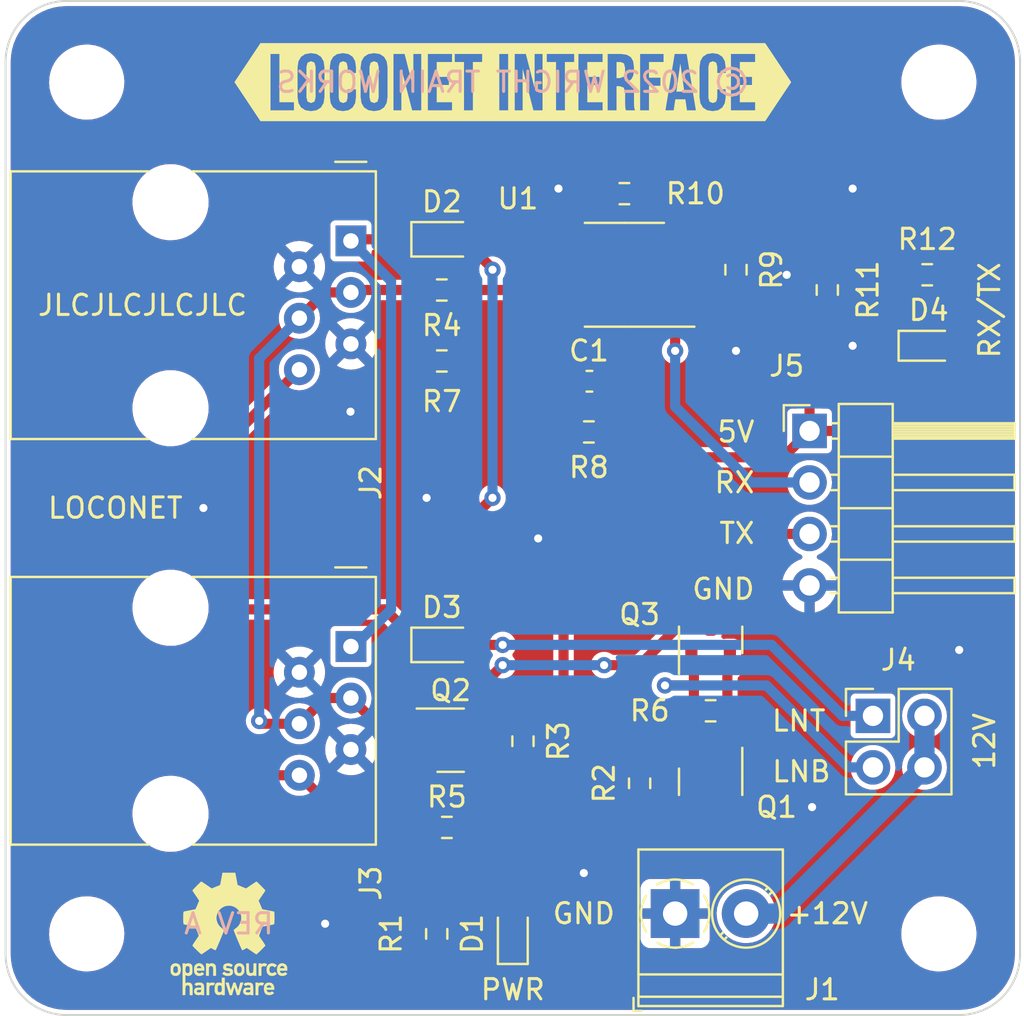
<source format=kicad_pcb>
(kicad_pcb (version 20211014) (generator pcbnew)
  (title_block (title "LocoNet Interface") (date "2022-02-14") (rev "A") (company "Wright Train Works"))
  (layers (0 "F.Cu" signal) (31 "B.Cu" signal) (34 "B.Paste" user) (35 "F.Paste" user) (36 "B.SilkS" user "B.Silkscreen") (37 "F.SilkS" user "F.Silkscreen") (38 "B.Mask" user) (39 "F.Mask" user) (44 "Edge.Cuts" user))
  (net 0 "")
  (net 1 "Net-(D1-Pad1)")
  (net 2 "Net-(D1-Pad2)")
  (net 3 "Net-(D2-Pad1)")
  (net 4 "Net-(D2-Pad2)")
  (net 5 "Net-(D4-Pad1)")
  (net 6 "5V")
  (net 7 "GND")
  (net 8 "12V")
  (net 9 "Net-(J2-Pad3)")
  (net 10 "Net-(J4-Pad3)")
  (net 11 "/RX")
  (net 12 "/TX")
  (net 13 "Net-(Q1-Pad1)")
  (net 14 "Net-(Q1-Pad3)")
  (net 15 "Net-(Q2-Pad2)")
  (net 16 "Net-(Q2-Pad3)")
  (net 17 "Net-(R10-Pad2)")
  (net 18 "Net-(R8-Pad1)")
  (footprint "Resistor_SMD:R_0603_1608Metric" (layer "F.Cu") (at 138.75 96.25 180)
    (fp_text reference "R8" (at 0 -1.75) (layer "F.SilkS"))
    (fp_text value "27K" hide)
    (pad "1" smd roundrect (at -0.825 0 180) (size 0.8 0.95) (layers "F.Cu" "F.Paste" "F.Mask") (net 18 "Net-(R8-Pad1)"))
    (pad "2" smd roundrect (at 0.825 0 180) (size 0.8 0.95) (layers "F.Cu" "F.Paste" "F.Mask") (net 6 "5V"))
  )
  (footprint "Resistor_SMD:R_0603_1608Metric" (layer "F.Cu") (at 146 88.25 -90)
    (fp_text reference "R9" (at 0 -1.75 90) (layer "F.SilkS"))
    (fp_text value "39K" hide)
    (pad "1" smd roundrect (at -0.825 0 270) (size 0.8 0.95) (layers "F.Cu" "F.Paste" "F.Mask") (net 7 "GND"))
    (pad "2" smd roundrect (at 0.825 0 270) (size 0.8 0.95) (layers "F.Cu" "F.Paste" "F.Mask") (net 18 "Net-(R8-Pad1)"))
  )
  (footprint "Symbol:OSHW-Logo_5.7x6mm_SilkScreen" (layer "F.Cu") (at 121 121)
    (fp_text reference "REF**" hide)
    (fp_text value "OSHW-Logo_5.7x6mm_SilkScreen" hide)
  )
  (footprint "Resistor_SMD:R_0603_1608Metric" (layer "F.Cu") (at 131.5 92.75)
    (fp_text reference "R7" (at 0 2) (layer "F.SilkS"))
    (fp_text value "150K" hide)
    (pad "1" smd roundrect (at -0.825 0) (size 0.8 0.95) (layers "F.Cu" "F.Paste" "F.Mask") (net 7 "GND"))
    (pad "2" smd roundrect (at 0.825 0) (size 0.8 0.95) (layers "F.Cu" "F.Paste" "F.Mask") (net 17 "Net-(R10-Pad2)"))
  )
  (footprint "LED_SMD:LED_0603_1608Metric" (layer "F.Cu") (at 135 121 90)
    (fp_text reference "D1" (at 0 -2 90) (layer "F.SilkS"))
    (fp_text value "PWR" hide)
    (pad "1" smd roundrect (at -0.7875 0 90) (size 0.875 0.95) (layers "F.Cu" "F.Paste" "F.Mask") (net 1 "Net-(D1-Pad1)"))
    (pad "2" smd roundrect (at 0.7875 0 90) (size 0.875 0.95) (layers "F.Cu" "F.Paste" "F.Mask") (net 2 "Net-(D1-Pad2)"))
  )
  (footprint "MountingHole:MountingHole_3.2mm_M3" (layer "F.Cu") (at 114 79)
    (fp_text reference "H1" hide)
    (fp_text value "MountingHole" hide)
    (pad "" np_thru_hole circle (at 0 0) (size 3.2 3.2) (drill 3.2) (layers *.Cu *.Mask))
  )
  (footprint "Package_TO_SOT_SMD:SOT-23" (layer "F.Cu") (at 144.75 113.5 -90)
    (fp_text reference "Q1" (at 1.25 -3.25 180) (layer "F.SilkS"))
    (fp_text value "MMBT2222A 1P" hide)
    (pad "1" smd roundrect (at -0.9375 -0.95 270) (size 1.475 0.6) (layers "F.Cu" "F.Paste" "F.Mask") (net 13 "Net-(Q1-Pad1)"))
    (pad "2" smd roundrect (at -0.9375 0.95 270) (size 1.475 0.6) (layers "F.Cu" "F.Paste" "F.Mask") (net 9 "Net-(J2-Pad3)"))
    (pad "3" smd roundrect (at 0.9375 0 270) (size 1.475 0.6) (layers "F.Cu" "F.Paste" "F.Mask") (net 14 "Net-(Q1-Pad3)"))
  )
  (footprint "Resistor_SMD:R_0603_1608Metric" (layer "F.Cu") (at 135.5 111.5 -90)
    (fp_text reference "R3" (at 0 -1.75 90) (layer "F.SilkS"))
    (fp_text value "47" hide)
    (pad "1" smd roundrect (at -0.825 0 270) (size 0.8 0.95) (layers "F.Cu" "F.Paste" "F.Mask") (net 7 "GND"))
    (pad "2" smd roundrect (at 0.825 0 270) (size 0.8 0.95) (layers "F.Cu" "F.Paste" "F.Mask") (net 16 "Net-(Q2-Pad3)"))
  )
  (footprint "MountingHole:MountingHole_3.2mm_M3" (layer "F.Cu") (at 114 121)
    (fp_text reference "H4" hide)
    (fp_text value "MountingHole" hide)
    (pad "" np_thru_hole circle (at 0 0) (size 3.2 3.2) (drill 3.2) (layers *.Cu *.Mask))
  )
  (footprint "Connector_PinHeader_2.54mm:PinHeader_1x04_P2.54mm_Horizontal" (layer "F.Cu") (at 149.625 96.2)
    (fp_text reference "J5" (at -1.125 -3.2) (layer "F.SilkS"))
    (fp_text value "LocoNet Interface" hide)
    (pad "1" thru_hole rect (at 0 0) (size 1.7 1.7) (drill 1) (layers *.Cu *.Mask) (net 6 "5V"))
    (pad "2" thru_hole oval (at 0 2.54) (size 1.7 1.7) (drill 1) (layers *.Cu *.Mask) (net 11 "/RX"))
    (pad "3" thru_hole oval (at 0 5.08) (size 1.7 1.7) (drill 1) (layers *.Cu *.Mask) (net 12 "/TX"))
    (pad "4" thru_hole oval (at 0 7.62) (size 1.7 1.7) (drill 1) (layers *.Cu *.Mask) (net 7 "GND"))
  )
  (footprint "Connector_PinHeader_2.54mm:PinHeader_2x02_P2.54mm_Vertical" (layer "F.Cu") (at 152.75 110.25)
    (fp_text reference "J4" (at 1.25 -2.75) (layer "F.SilkS"))
    (fp_text value "LocoNet Termination" hide)
    (pad "1" thru_hole rect (at 0 0) (size 1.7 1.7) (drill 1) (layers *.Cu *.Mask) (net 4 "Net-(D2-Pad2)"))
    (pad "2" thru_hole oval (at 2.54 0) (size 1.7 1.7) (drill 1) (layers *.Cu *.Mask) (net 8 "12V"))
    (pad "3" thru_hole oval (at 0 2.54) (size 1.7 1.7) (drill 1) (layers *.Cu *.Mask) (net 10 "Net-(J4-Pad3)"))
    (pad "4" thru_hole oval (at 2.54 2.54) (size 1.7 1.7) (drill 1) (layers *.Cu *.Mask) (net 8 "12V"))
  )
  (footprint "kibuzzard-620B5DD9" (layer "F.Cu") (at 135 79)
    (fp_text reference "kibuzzard-620B5DD9" hide)
    (fp_text value "G***" hide)
  )
  (footprint "Resistor_SMD:R_0603_1608Metric" (layer "F.Cu") (at 155.425 88.5)
    (fp_text reference "R12" (at 0 -1.75) (layer "F.SilkS"))
    (fp_text value "470" hide)
    (pad "1" smd roundrect (at -0.825 0) (size 0.8 0.95) (layers "F.Cu" "F.Paste" "F.Mask") (net 11 "/RX"))
    (pad "2" smd roundrect (at 0.825 0) (size 0.8 0.95) (layers "F.Cu" "F.Paste" "F.Mask") (net 5 "Net-(D4-Pad1)"))
  )
  (footprint "LED_SMD:LED_0603_1608Metric" (layer "F.Cu") (at 155.5 92)
    (fp_text reference "D4" (at 0 -1.75) (layer "F.SilkS"))
    (fp_text value "RX/TX" hide)
    (pad "1" smd roundrect (at -0.7875 0) (size 0.875 0.95) (layers "F.Cu" "F.Paste" "F.Mask") (net 5 "Net-(D4-Pad1)"))
    (pad "2" smd roundrect (at 0.7875 0) (size 0.875 0.95) (layers "F.Cu" "F.Paste" "F.Mask") (net 6 "5V"))
  )
  (footprint "Resistor_SMD:R_0603_1608Metric" (layer "F.Cu") (at 144.75 110 180)
    (fp_text reference "R6" (at 3 0) (layer "F.SilkS"))
    (fp_text value "1K" hide)
    (pad "1" smd roundrect (at -0.825 0 180) (size 0.8 0.95) (layers "F.Cu" "F.Paste" "F.Mask") (net 13 "Net-(Q1-Pad1)"))
    (pad "2" smd roundrect (at 0.825 0 180) (size 0.8 0.95) (layers "F.Cu" "F.Paste" "F.Mask") (net 10 "Net-(J4-Pad3)"))
  )
  (footprint "Diode_SMD:D_SOD-323" (layer "F.Cu") (at 131.5 86.75)
    (fp_text reference "D2" (at 0 -1.85) (layer "F.SilkS"))
    (fp_text value "1N5819WS" hide)
    (pad "1" smd rect (at -1.05 0) (size 0.6 0.45) (layers "F.Cu" "F.Paste" "F.Mask") (net 3 "Net-(D2-Pad1)"))
    (pad "2" smd rect (at 1.05 0) (size 0.6 0.45) (layers "F.Cu" "F.Paste" "F.Mask") (net 4 "Net-(D2-Pad2)"))
  )
  (footprint "Package_TO_SOT_SMD:SOT-23" (layer "F.Cu") (at 131.9375 111.45)
    (fp_text reference "Q2" (at 0 -2.45) (layer "F.SilkS"))
    (fp_text value "MMBT2222A 1P" hide)
    (pad "1" smd roundrect (at -0.9375 -0.95) (size 1.475 0.6) (layers "F.Cu" "F.Paste" "F.Mask") (net 9 "Net-(J2-Pad3)"))
    (pad "2" smd roundrect (at -0.9375 0.95) (size 1.475 0.6) (layers "F.Cu" "F.Paste" "F.Mask") (net 15 "Net-(Q2-Pad2)"))
    (pad "3" smd roundrect (at 0.9375 0) (size 1.475 0.6) (layers "F.Cu" "F.Paste" "F.Mask") (net 16 "Net-(Q2-Pad3)"))
  )
  (footprint "MountingHole:MountingHole_3.2mm_M3" (layer "F.Cu") (at 156 121)
    (fp_text reference "H3" hide)
    (fp_text value "MountingHole" hide)
    (pad "" np_thru_hole circle (at 0 0) (size 3.2 3.2) (drill 3.2) (layers *.Cu *.Mask))
  )
  (footprint "Diode_SMD:D_SOD-323" (layer "F.Cu") (at 131.5 106.75)
    (fp_text reference "D3" (at 0 -1.85) (layer "F.SilkS"))
    (fp_text value "1N5819WS" hide)
    (pad "1" smd rect (at -1.05 0) (size 0.6 0.45) (layers "F.Cu" "F.Paste" "F.Mask") (net 2 "Net-(D1-Pad2)"))
    (pad "2" smd rect (at 1.05 0) (size 0.6 0.45) (layers "F.Cu" "F.Paste" "F.Mask") (net 4 "Net-(D2-Pad2)"))
  )
  (footprint "Capacitor_SMD:C_0603_1608Metric" (layer "F.Cu") (at 138.775 93.75)
    (fp_text reference "C1" (at -0.025 -1.5) (layer "F.SilkS"))
    (fp_text value "100nF" hide)
    (pad "1" smd roundrect (at -0.775 0) (size 0.9 0.95) (layers "F.Cu" "F.Paste" "F.Mask") (net 6 "5V"))
    (pad "2" smd roundrect (at 0.775 0) (size 0.9 0.95) (layers "F.Cu" "F.Paste" "F.Mask") (net 7 "GND"))
  )
  (footprint "Connector_RJ:RJ12_Amphenol_54601" (layer "F.Cu") (at 127.02 106.83 -90)
    (fp_text reference "J3" (at 11.67 -0.98 90) (layer "F.SilkS"))
    (fp_text value "RJ12" hide)
    (pad "" np_thru_hole circle (at -1.91 8.89 270) (size 3.25 3.25) (drill 3.25) (layers *.Cu *.Mask))
    (pad "" np_thru_hole circle (at 8.25 8.89 270) (size 3.25 3.25) (drill 3.25) (layers *.Cu *.Mask))
    (pad "1" thru_hole rect (at 0 0 270) (size 1.52 1.52) (drill 0.76) (layers *.Cu *.Mask) (net 3 "Net-(D2-Pad1)"))
    (pad "2" thru_hole circle (at 1.27 2.54 270) (size 1.52 1.52) (drill 0.76) (layers *.Cu *.Mask) (net 7 "GND"))
    (pad "3" thru_hole circle (at 2.54 0 270) (size 1.52 1.52) (drill 0.76) (layers *.Cu *.Mask) (net 9 "Net-(J2-Pad3)"))
    (pad "4" thru_hole circle (at 3.81 2.54 270) (size 1.52 1.52) (drill 0.76) (layers *.Cu *.Mask) (net 9 "Net-(J2-Pad3)"))
    (pad "5" thru_hole circle (at 5.08 0 270) (size 1.52 1.52) (drill 0.76) (layers *.Cu *.Mask) (net 7 "GND"))
    (pad "6" thru_hole circle (at 6.35 2.54 270) (size 1.52 1.52) (drill 0.76) (layers *.Cu *.Mask) (net 2 "Net-(D1-Pad2)"))
  )
  (footprint "Resistor_SMD:R_0603_1608Metric" (layer "F.Cu") (at 131.25 121 -90)
    (fp_text reference "R1" (at 0 2.25 90) (layer "F.SilkS"))
    (fp_text value "4.7K" hide)
    (pad "1" smd roundrect (at -0.825 0 270) (size 0.8 0.95) (layers "F.Cu" "F.Paste" "F.Mask") (net 7 "GND"))
    (pad "2" smd roundrect (at 0.825 0 270) (size 0.8 0.95) (layers "F.Cu" "F.Paste" "F.Mask") (net 1 "Net-(D1-Pad1)"))
  )
  (footprint "Package_TO_SOT_SMD:SOT-23" (layer "F.Cu") (at 144.75 106.5 90)
    (fp_text reference "Q3" (at 1.25 -3.5 180) (layer "F.SilkS"))
    (fp_text value "MMBT2222A 1P" hide)
    (pad "1" smd roundrect (at -0.9375 -0.95 90) (size 1.475 0.6) (layers "F.Cu" "F.Paste" "F.Mask") (net 10 "Net-(J4-Pad3)"))
    (pad "2" smd roundrect (at -0.9375 0.95 90) (size 1.475 0.6) (layers "F.Cu" "F.Paste" "F.Mask") (net 13 "Net-(Q1-Pad1)"))
    (pad "3" smd roundrect (at 0.9375 0 90) (size 1.475 0.6) (layers "F.Cu" "F.Paste" "F.Mask") (net 9 "Net-(J2-Pad3)"))
  )
  (footprint "Resistor_SMD:R_0603_1608Metric" (layer "F.Cu") (at 131.5 89.25 180)
    (fp_text reference "R4" (at 0 -1.75) (layer "F.SilkS"))
    (fp_text value "47K" hide)
    (pad "1" smd roundrect (at -0.825 0 180) (size 0.8 0.95) (layers "F.Cu" "F.Paste" "F.Mask") (net 17 "Net-(R10-Pad2)"))
    (pad "2" smd roundrect (at 0.825 0 180) (size 0.8 0.95) (layers "F.Cu" "F.Paste" "F.Mask") (net 9 "Net-(J2-Pad3)"))
  )
  (footprint "Resistor_SMD:R_0603_1608Metric" (layer "F.Cu") (at 140.5 84.5)
    (fp_text reference "R10" (at 3.5 0) (layer "F.SilkS"))
    (fp_text value "240K" hide)
    (pad "1" smd roundrect (at -0.825 0) (size 0.8 0.95) (layers "F.Cu" "F.Paste" "F.Mask") (net 11 "/RX"))
    (pad "2" smd roundrect (at 0.825 0) (size 0.8 0.95) (layers "F.Cu" "F.Paste" "F.Mask") (net 17 "Net-(R10-Pad2)"))
  )
  (footprint "MountingHole:MountingHole_3.2mm_M3" (layer "F.Cu") (at 156 79)
    (fp_text reference "H2" hide)
    (fp_text value "MountingHole" hide)
    (pad "" np_thru_hole circle (at 0 0) (size 3.2 3.2) (drill 3.2) (layers *.Cu *.Mask))
  )
  (footprint "TerminalBlock_Phoenix:TerminalBlock_Phoenix_PT-1,5-2-3.5-H_1x02_P3.50mm_Horizontal" (layer "F.Cu") (at 143 120)
    (fp_text reference "J1" (at 7.25 3.75) (layer "F.SilkS"))
    (fp_text value "12V" hide)
    (pad "1" thru_hole rect (at 0 0) (size 2.4 2.4) (drill 1.2) (layers *.Cu *.Mask) (net 7 "GND"))
    (pad "2" thru_hole circle (at 3.5 0) (size 2.4 2.4) (drill 1.2) (layers *.Cu *.Mask) (net 8 "12V"))
  )
  (footprint "Connector_RJ:RJ12_Amphenol_54601" (layer "F.Cu") (at 127.02 86.83 -90)
    (fp_text reference "J2" (at 11.92 -0.98 90) (layer "F.SilkS"))
    (fp_text value "RJ12" hide)
    (pad "" np_thru_hole circle (at 8.25 8.89 270) (size 3.25 3.25) (drill 3.25) (layers *.Cu *.Mask))
    (pad "" np_thru_hole circle (at -1.91 8.89 270) (size 3.25 3.25) (drill 3.25) (layers *.Cu *.Mask))
    (pad "1" thru_hole rect (at 0 0 270) (size 1.52 1.52) (drill 0.76) (layers *.Cu *.Mask) (net 3 "Net-(D2-Pad1)"))
    (pad "2" thru_hole circle (at 1.27 2.54 270) (size 1.52 1.52) (drill 0.76) (layers *.Cu *.Mask) (net 7 "GND"))
    (pad "3" thru_hole circle (at 2.54 0 270) (size 1.52 1.52) (drill 0.76) (layers *.Cu *.Mask) (net 9 "Net-(J2-Pad3)"))
    (pad "4" thru_hole circle (at 3.81 2.54 270) (size 1.52 1.52) (drill 0.76) (layers *.Cu *.Mask) (net 9 "Net-(J2-Pad3)"))
    (pad "5" thru_hole circle (at 5.08 0 270) (size 1.52 1.52) (drill 0.76) (layers *.Cu *.Mask) (net 7 "GND"))
    (pad "6" thru_hole circle (at 6.35 2.54 270) (size 1.52 1.52) (drill 0.76) (layers *.Cu *.Mask) (net 2 "Net-(D1-Pad2)"))
  )
  (footprint "Resistor_SMD:R_0603_1608Metric" (layer "F.Cu") (at 131.75 115.75)
    (fp_text reference "R5" (at 0 -1.5) (layer "F.SilkS"))
    (fp_text value "4.7K" hide)
    (pad "1" smd roundrect (at -0.825 0) (size 0.8 0.95) (layers "F.Cu" "F.Paste" "F.Mask") (net 15 "Net-(Q2-Pad2)"))
    (pad "2" smd roundrect (at 0.825 0) (size 0.8 0.95) (layers "F.Cu" "F.Paste" "F.Mask") (net 12 "/TX"))
  )
  (footprint "Resistor_SMD:R_0603_1608Metric" (layer "F.Cu") (at 141.25 113.575 90)
    (fp_text reference "R2" (at 0 -1.75 90) (layer "F.SilkS"))
    (fp_text value "47" hide)
    (pad "1" smd roundrect (at -0.825 0 90) (size 0.8 0.95) (layers "F.Cu" "F.Paste" "F.Mask") (net 14 "Net-(Q1-Pad3)"))
    (pad "2" smd roundrect (at 0.825 0 90) (size 0.8 0.95) (layers "F.Cu" "F.Paste" "F.Mask") (net 9 "Net-(J2-Pad3)"))
  )
  (footprint "Resistor_SMD:R_0603_1608Metric" (layer "F.Cu") (at 150.5 89.25 -90)
    (fp_text reference "R11" (at 0 -2 90) (layer "F.SilkS"))
    (fp_text value "1K" hide)
    (pad "1" smd roundrect (at -0.825 0 270) (size 0.8 0.95) (layers "F.Cu" "F.Paste" "F.Mask") (net 11 "/RX"))
    (pad "2" smd roundrect (at 0.825 0 270) (size 0.8 0.95) (layers "F.Cu" "F.Paste" "F.Mask") (net 6 "5V"))
  )
  (footprint "Package_SO:SOIC-8_3.9x4.9mm_P1.27mm" (layer "F.Cu") (at 140.5 88.5 180)
    (fp_text reference "U1" (at 5.25 3.75) (layer "F.SilkS"))
    (fp_text value "LM393" hide)
    (pad "1" smd roundrect (at -2.475 -1.905 180) (size 1.95 0.6) (layers "F.Cu" "F.Paste" "F.Mask") (net 11 "/RX"))
    (pad "2" smd roundrect (at -2.475 -0.635 180) (size 1.95 0.6) (layers "F.Cu" "F.Paste" "F.Mask") (net 18 "Net-(R8-Pad1)"))
    (pad "3" smd roundrect (at -2.475 0.635 180) (size 1.95 0.6) (layers "F.Cu" "F.Paste" "F.Mask") (net 17 "Net-(R10-Pad2)"))
    (pad "4" smd roundrect (at -2.475 1.905 180) (size 1.95 0.6) (layers "F.Cu" "F.Paste" "F.Mask") (net 7 "GND"))
    (pad "5" smd roundrect (at 2.475 1.905 180) (size 1.95 0.6) (layers "F.Cu" "F.Paste" "F.Mask") (net 7 "GND"))
    (pad "6" smd roundrect (at 2.475 0.635 180) (size 1.95 0.6) (layers "F.Cu" "F.Paste" "F.Mask") (net 7 "GND"))
    (pad "7" smd roundrect (at 2.475 -0.635 180) (size 1.95 0.6) (layers "F.Cu" "F.Paste" "F.Mask"))
    (pad "8" smd roundrect (at 2.475 -1.905 180) (size 1.95 0.6) (layers "F.Cu" "F.Paste" "F.Mask") (net 6 "5V"))
  )
  (gr_arc (start 113 125) (mid 110.87868 124.12132) (end 110 122) (layer "Edge.Cuts") (width 0.1))
  (gr_line (start 157 125) (end 113 125) (layer "Edge.Cuts") (width 0.1))
  (gr_arc (start 160 122) (mid 159.12132 124.12132) (end 157 125) (layer "Edge.Cuts") (width 0.1))
  (gr_arc (start 110 78) (mid 110.87868 75.87868) (end 113 75) (layer "Edge.Cuts") (width 0.1))
  (gr_line (start 113 75) (end 157 75) (layer "Edge.Cuts") (width 0.1))
  (gr_arc (start 157 75) (mid 159.12132 75.87868) (end 160 78) (layer "Edge.Cuts") (width 0.1))
  (gr_line (start 160 78) (end 160 122) (layer "Edge.Cuts") (width 0.1))
  (gr_line (start 110 122) (end 110 78) (layer "Edge.Cuts") (width 0.1))
  (gr_text "© 2022 WRIGHT TRAIN WORKS" (at 135 79) (layer "B.SilkS") (effects (font (size 1 1)) (justify mirror)))
  (gr_text "REV A" (at 121 120.5) (layer "B.SilkS") (effects (font (size 1 1)) (justify mirror)))
  (gr_text "+12V" (at 150.5 120) (layer "F.SilkS") (effects (font (size 1 1))))
  (gr_text "PWR" (at 135 123.75) (layer "F.SilkS") (effects (font (size 1 1))))
  (gr_text "RX" (at 147 98.75) (layer "F.SilkS") (effects (font (size 1 1)) (justify right)))
  (gr_text "12V" (at 158.25 111.5 90) (layer "F.SilkS") (effects (font (size 1 1))))
  (gr_text "JLCJLCJLCJLC" (at 116.75 90) (layer "F.SilkS") (effects (font (size 1 1))))
  (gr_text "GND" (at 138.5 120) (layer "F.SilkS") (effects (font (size 1 1))))
  (gr_text "LNT" (at 150.5 110.5) (layer "F.SilkS") (effects (font (size 1 1)) (justify right)))
  (gr_text "5V" (at 147 96.25) (layer "F.SilkS") (effects (font (size 1 1)) (justify right)))
  (gr_text "LNB" (at 150.75 113) (layer "F.SilkS") (effects (font (size 1 1)) (justify right)))
  (gr_text "GND" (at 147 104) (layer "F.SilkS") (effects (font (size 1 1)) (justify right)))
  (gr_text "TX" (at 147 101.25) (layer "F.SilkS") (effects (font (size 1 1)) (justify right)))
  (gr_text "LOCONET" (at 112 100) (layer "F.SilkS") (effects (font (size 1 1)) (justify left)))
  (gr_text "RX/TX" (at 158.5 90.25 90) (layer "F.SilkS") (effects (font (size 1 1))))
  (segment (start 134.9625 121.825) (end 135 121.7875) (width 0.5) (layer "F.Cu") (net 1))
  (segment (start 131.25 121.825) (end 134.9625 121.825) (width 0.5) (layer "F.Cu") (net 1))
  (segment (start 121.25 111.024802) (end 121.25 105) (width 0.5) (layer "F.Cu") (net 2))
  (segment (start 124.48 113.18) (end 129.3 118) (width 0.5) (layer "F.Cu") (net 2))
  (segment (start 121.25 105) (end 121.25 96.41) (width 0.5) (layer "F.Cu") (net 2))
  (segment (start 123.405198 113.18) (end 121.25 111.024802) (width 0.5) (layer "F.Cu") (net 2))
  (segment (start 129.3 118) (end 132.7875 118) (width 0.5) (layer "F.Cu") (net 2))
  (segment (start 121.25 96.41) (end 124.48 93.18) (width 0.5) (layer "F.Cu") (net 2))
  (segment (start 128.7 105) (end 121.25 105) (width 0.5) (layer "F.Cu") (net 2))
  (segment (start 124.48 113.18) (end 123.405198 113.18) (width 0.5) (layer "F.Cu") (net 2))
  (segment (start 132.7875 118) (end 135 120.2125) (width 0.5) (layer "F.Cu") (net 2))
  (segment (start 130.45 106.75) (end 128.7 105) (width 0.5) (layer "F.Cu") (net 2))
  (segment (start 127.1 86.75) (end 127.02 86.83) (width 0.5) (layer "F.Cu") (net 3))
  (segment (start 130.45 86.75) (end 127.1 86.75) (width 0.5) (layer "F.Cu") (net 3))
  (segment (start 129 105) (end 127.17 106.83) (width 0.5) (layer "B.Cu") (net 3))
  (segment (start 127.17 106.83) (end 127.02 106.83) (width 0.5) (layer "B.Cu") (net 3))
  (segment (start 127.02 86.83) (end 129 88.81) (width 0.5) (layer "B.Cu") (net 3))
  (segment (start 129 88.81) (end 129 105) (width 0.5) (layer "B.Cu") (net 3))
  (segment (start 132.55 100.95) (end 132.55 106.75) (width 0.5) (layer "F.Cu") (net 4))
  (segment (start 134 88.2) (end 134 88.25) (width 0.5) (layer "F.Cu") (net 4))
  (segment (start 132.55 86.75) (end 134 88.2) (width 0.5) (layer "F.Cu") (net 4))
  (segment (start 134 99.5) (end 132.55 100.95) (width 0.5) (layer "F.Cu") (net 4))
  (segment (start 134.5 106.75) (end 132.55 106.75) (width 0.5) (layer "F.Cu") (net 4))
  (via (at 134 88.25) (size 0.8) (drill 0.4) (layers "F.Cu" "B.Cu") (net 4))
  (via (at 134 99.5) (size 0.8) (drill 0.4) (layers "F.Cu" "B.Cu") (net 4))
  (via (at 134.5 106.75) (size 0.8) (drill 0.4) (layers "F.Cu" "B.Cu") (net 4))
  (segment (start 134 88.25) (end 134 99.5) (width 0.5) (layer "B.Cu") (net 4))
  (segment (start 147.75 106.75) (end 134.5 106.75) (width 0.5) (layer "B.Cu") (net 4))
  (segment (start 151.25 110.25) (end 147.75 106.75) (width 0.5) (layer "B.Cu") (net 4))
  (segment (start 152.75 110.25) (end 151.25 110.25) (width 0.5) (layer "B.Cu") (net 4))
  (segment (start 154.7125 90.0375) (end 156.25 88.5) (width 0.5) (layer "F.Cu") (net 5))
  (segment (start 154.7125 92) (end 154.7125 90.0375) (width 0.5) (layer "F.Cu") (net 5))
  (segment (start 150.5 90.075) (end 149.625 90.95) (width 0.5) (layer "F.Cu") (net 6))
  (segment (start 152.0875 96.2) (end 149.625 96.2) (width 0.5) (layer "F.Cu") (net 6))
  (segment (start 139.175 97.5) (end 148.325 97.5) (width 0.5) (layer "F.Cu") (net 6))
  (segment (start 138 93.75) (end 138 96.175) (width 0.5) (layer "F.Cu") (net 6))
  (segment (start 138.025 93.725) (end 138 93.75) (width 0.5) (layer "F.Cu") (net 6))
  (segment (start 156.2875 92) (end 152.0875 96.2) (width 0.5) (layer "F.Cu") (net 6))
  (segment (start 138 96.175) (end 137.925 96.25) (width 0.5) (layer "F.Cu") (net 6))
  (segment (start 137.925 96.25) (end 139.175 97.5) (width 0.5) (layer "F.Cu") (net 6))
  (segment (start 149.625 90.95) (end 149.625 96.2) (width 0.5) (layer "F.Cu") (net 6))
  (segment (start 138.025 90.405) (end 138.025 93.725) (width 0.5) (layer "F.Cu") (net 6))
  (segment (start 148.325 97.5) (end 149.625 96.2) (width 0.5) (layer "F.Cu") (net 6))
  (via (at 136.25 101.5) (size 0.8) (drill 0.4) (layers "F.Cu" "B.Cu") (net 7))
  (via (at 148.5 88.5) (size 0.8) (drill 0.4) (layers "F.Cu" "B.Cu") (net 7))
  (via (at 137.25 84.25) (size 0.8) (drill 0.4) (layers "F.Cu" "B.Cu") (net 7))
  (via (at 151.75 84.25) (size 0.8) (drill 0.4) (layers "F.Cu" "B.Cu") (net 7))
  (via (at 138.5 118) (size 0.8) (drill 0.4) (layers "F.Cu" "B.Cu") (net 7))
  (via (at 157 107) (size 0.8) (drill 0.4) (layers "F.Cu" "B.Cu") (net 7))
  (via (at 125.75 120.5) (size 0.8) (drill 0.4) (layers "F.Cu" "B.Cu") (net 7))
  (via (at 149.75 114.75) (size 0.8) (drill 0.4) (layers "F.Cu" "B.Cu") (net 7))
  (via (at 130.75 99.5) (size 0.8) (drill 0.4) (layers "F.Cu" "B.Cu") (net 7))
  (via (at 146 92.25) (size 0.8) (drill 0.4) (layers "F.Cu" "B.Cu") (net 7))
  (via (at 127 95.25) (size 0.8) (drill 0.4) (layers "F.Cu" "B.Cu") (net 7))
  (via (at 151.75 92) (size 0.8) (drill 0.4) (layers "F.Cu" "B.Cu") (net 7))
  (via (at 119.75 100) (size 0.8) (drill 0.4) (layers "F.Cu" "B.Cu") (net 7))
  (segment (start 155.29 110.25) (end 155.29 112.79) (width 1) (layer "B.Cu") (net 8))
  (segment (start 148.08 120) (end 146.5 120) (width 1) (layer "B.Cu") (net 8))
  (segment (start 155.29 112.79) (end 148.08 120) (width 1) (layer "B.Cu") (net 8))
  (segment (start 127.14 89.25) (end 127.02 89.37) (width 0.5) (layer "F.Cu") (net 9))
  (segment (start 127.02 109.37) (end 125.75 109.37) (width 0.5) (layer "F.Cu") (net 9))
  (segment (start 143.6125 112.75) (end 143.8 112.5625) (width 0.5) (layer "F.Cu") (net 9))
  (segment (start 127.02 89.37) (end 125.75 89.37) (width 0.5) (layer "F.Cu") (net 9))
  (segment (start 130.675 89.25) (end 127.14 89.25) (width 0.5) (layer "F.Cu") (net 9))
  (segment (start 141.25 107.75) (end 141.25 112.75) (width 0.5) (layer "F.Cu") (net 9))
  (segment (start 131 110.5) (end 131.75 110.5) (width 0.5) (layer "F.Cu") (net 9))
  (segment (start 124.48 110.64) (end 122.64 110.64) (width 0.5) (layer "F.Cu") (net 9))
  (segment (start 128.15 110.5) (end 131 110.5) (width 0.5) (layer "F.Cu") (net 9))
  (segment (start 139.5 107.75) (end 141.25 107.75) (width 0.5) (layer "F.Cu") (net 9))
  (segment (start 141.25 112.75) (end 143.6125 112.75) (width 0.5) (layer "F.Cu") (net 9))
  (segment (start 127.02 109.37) (end 128.15 110.5) (width 0.5) (layer "F.Cu") (net 9))
  (segment (start 143.4375 105.5625) (end 141.25 107.75) (width 0.5) (layer "F.Cu") (net 9))
  (segment (start 125.75 109.37) (end 124.48 110.64) (width 0.5) (layer "F.Cu") (net 9))
  (segment (start 131.75 110.5) (end 134.5 107.75) (width 0.5) (layer "F.Cu") (net 9))
  (segment (start 144.75 105.5625) (end 143.4375 105.5625) (width 0.5) (layer "F.Cu") (net 9))
  (segment (start 122.64 110.64) (end 122.5 110.5) (width 0.5) (layer "F.Cu") (net 9))
  (segment (start 125.75 89.37) (end 124.48 90.64) (width 0.5) (layer "F.Cu") (net 9))
  (via (at 139.5 107.75) (size 0.8) (drill 0.4) (layers "F.Cu" "B.Cu") (net 9))
  (via (at 122.5 110.5) (size 0.8) (drill 0.4) (layers "F.Cu" "B.Cu") (net 9))
  (via (at 134.5 107.75) (size 0.8) (drill 0.4) (layers "F.Cu" "B.Cu") (net 9))
  (segment (start 122.5 92.62) (end 122.5 94.5) (width 0.5) (layer "B.Cu") (net 9))
  (segment (start 124.48 90.64) (end 122.5 92.62) (width 0.5) (layer "B.Cu") (net 9))
  (segment (start 122.5 110.5) (end 122.5 94.5) (width 0.5) (layer "B.Cu") (net 9))
  (segment (start 134.5 107.75) (end 139.5 107.75) (width 0.5) (layer "B.Cu") (net 9))
  (segment (start 143.75 108.75) (end 143.925 108.925) (width 0.5) (layer "F.Cu") (net 10))
  (segment (start 143.925 108.925) (end 143.925 107.5625) (width 0.5) (layer "F.Cu") (net 10))
  (segment (start 142.5 108.75) (end 143.75 108.75) (width 0.5) (layer "F.Cu") (net 10))
  (segment (start 143.925 107.5625) (end 143.8 107.4375) (width 0.5) (layer "F.Cu") (net 10))
  (segment (start 143.925 110) (end 143.925 108.925) (width 0.5) (layer "F.Cu") (net 10))
  (via (at 142.5 108.75) (size 0.8) (drill 0.4) (layers "F.Cu" "B.Cu") (net 10))
  (segment (start 147.5 108.75) (end 142.5 108.75) (width 0.5) (layer "B.Cu") (net 10))
  (segment (start 151.54 112.79) (end 147.5 108.75) (width 0.5) (layer "B.Cu") (net 10))
  (segment (start 152.75 112.79) (end 151.54 112.79) (width 0.5) (layer "B.Cu") (net 10))
  (segment (start 139.675 84.5) (end 140.925 85.75) (width 0.5) (layer "F.Cu") (net 11))
  (segment (start 148.52 90.405) (end 150.5 88.425) (width 0.5) (layer "F.Cu") (net 11))
  (segment (start 147.825 85.75) (end 150.5 88.425) (width 0.5) (layer "F.Cu") (net 11))
  (segment (start 150.5 88.425) (end 154.525 88.425) (width 0.5) (layer "F.Cu") (net 11))
  (segment (start 143 92.25) (end 143 90.43) (width 0.5) (layer "F.Cu") (net 11))
  (segment (start 154.525 88.425) (end 154.6 88.5) (width 0.5) (layer "F.Cu") (net 11))
  (segment (start 143 90.43) (end 142.975 90.405) (width 0.5) (layer "F.Cu") (net 11))
  (segment (start 142.975 90.405) (end 148.52 90.405) (width 0.5) (layer "F.Cu") (net 11))
  (segment (start 140.925 85.75) (end 147.825 85.75) (width 0.5) (layer "F.Cu") (net 11))
  (via (at 143 92.25) (size 0.8) (drill 0.4) (layers "F.Cu" "B.Cu") (net 11))
  (segment (start 146.74 98.74) (end 143 95) (width 0.5) (layer "B.Cu") (net 11))
  (segment (start 149.625 98.74) (end 146.74 98.74) (width 0.5) (layer "B.Cu") (net 11))
  (segment (start 143 95) (end 143 92.25) (width 0.5) (layer "B.Cu") (net 11))
  (segment (start 135.5 115.75) (end 137.5 113.75) (width 0.5) (layer "F.Cu") (net 12))
  (segment (start 137.5 104.75) (end 140.97 101.28) (width 0.5) (layer "F.Cu") (net 12))
  (segment (start 140.97 101.28) (end 149.625 101.28) (width 0.5) (layer "F.Cu") (net 12))
  (segment (start 137.5 113.75) (end 137.5 104.75) (width 0.5) (layer "F.Cu") (net 12))
  (segment (start 132.575 115.75) (end 135.5 115.75) (width 0.5) (layer "F.Cu") (net 12))
  (segment (start 145.575 112.4375) (end 145.7 112.5625) (width 0.5) (layer "F.Cu") (net 13))
  (segment (start 145.575 110) (end 145.575 107.5625) (width 0.5) (layer "F.Cu") (net 13))
  (segment (start 145.575 110) (end 145.575 112.4375) (width 0.5) (layer "F.Cu") (net 13))
  (segment (start 145.575 107.5625) (end 145.7 107.4375) (width 0.5) (layer "F.Cu") (net 13))
  (segment (start 144.7125 114.4) (end 144.75 114.4375) (width 0.5) (layer "F.Cu") (net 14))
  (segment (start 141.25 114.4) (end 144.7125 114.4) (width 0.5) (layer "F.Cu") (net 14))
  (segment (start 130.925 112.475) (end 131 112.4) (width 0.5) (layer "F.Cu") (net 15))
  (segment (start 130.925 115.75) (end 130.925 112.475) (width 0.5) (layer "F.Cu") (net 15))
  (segment (start 134.325 112.325) (end 135.5 112.325) (width 0.5) (layer "F.Cu") (net 16))
  (segment (start 132.875 111.45) (end 133.45 111.45) (width 0.5) (layer "F.Cu") (net 16))
  (segment (start 133.45 111.45) (end 134.325 112.325) (width 0.5) (layer "F.Cu") (net 16))
  (segment (start 135 89.25) (end 135.5 88.75) (width 0.5) (layer "F.Cu") (net 17))
  (segment (start 135.5 83.5) (end 135.5 85.5) (width 0.5) (layer "F.Cu") (net 17))
  (segment (start 132.325 89.25) (end 135 89.25) (width 0.5) (layer "F.Cu") (net 17))
  (segment (start 142.975 87.865) (end 141.365 87.865) (width 0.5) (layer "F.Cu") (net 17))
  (segment (start 139 85.5) (end 135.5 85.5) (width 0.5) (layer "F.Cu") (net 17))
  (segment (start 135.5 83.5) (end 136.5 82.5) (width 0.5) (layer "F.Cu") (net 17))
  (segment (start 141.365 87.865) (end 139 85.5) (width 0.5) (layer "F.Cu") (net 17))
  (segment (start 136.5 82.5) (end 140.5 82.5) (width 0.5) (layer "F.Cu") (net 17))
  (segment (start 135.5 88.75) (end 135.5 85.5) (width 0.5) (layer "F.Cu") (net 17))
  (segment (start 141.325 84.5) (end 141.325 83.325) (width 0.5) (layer "F.Cu") (net 17))
  (segment (start 140.5 82.5) (end 141.325 83.325) (width 0.5) (layer "F.Cu") (net 17))
  (segment (start 132.325 89.25) (end 132.325 92.75) (width 0.5) (layer "F.Cu") (net 17))
  (segment (start 141 94.825) (end 141 90) (width 0.5) (layer "F.Cu") (net 18))
  (segment (start 141 90) (end 141.865 89.135) (width 0.5) (layer "F.Cu") (net 18))
  (segment (start 141.865 89.135) (end 142.975 89.135) (width 0.5) (layer "F.Cu") (net 18))
  (segment (start 139.575 96.25) (end 141 94.825) (width 0.5) (layer "F.Cu") (net 18))
  (segment (start 142.975 89.135) (end 145.94 89.135) (width 0.5) (layer "F.Cu") (net 18))
  (segment (start 145.94 89.135) (end 146 89.075) (width 0.5) (layer "F.Cu") (net 18))
  (zone (net 7) (net_name "GND") (layers F&B.Cu) (connect_pads (clearance 0.254)) (min_thickness 0.254) (fill yes (thermal_gap 0.508) (thermal_bridge_width 0.508))
    (polygon (pts (xy 160 125) (xy 110 125) (xy 110 75) (xy 160 75)))
  )
)
</source>
